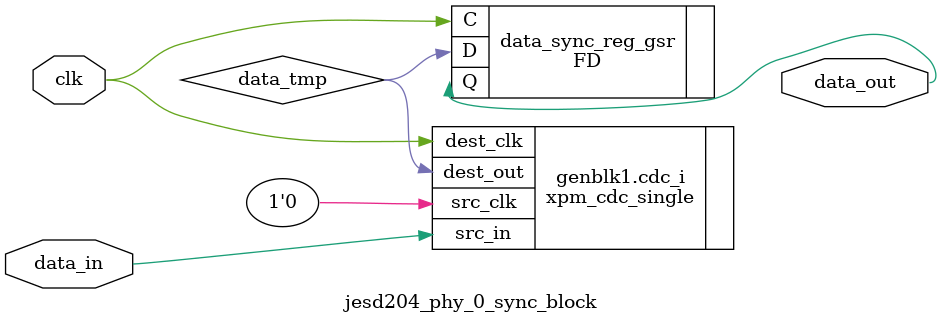
<source format=v>




`timescale 1ps / 1ps
`define USE_XPM_CDC

//(* dont_touch = "yes" *)
module jesd204_phy_0_sync_block #(
  parameter INITIALISE = 1'b0,
  parameter TYPE = 1'b0   //Set to 1 only for reset synchronizer 
)
(
  input        clk,              // clock to be sync'ed to
  input        data_in,          // Data to be 'synced'
  output       data_out          // synced data
);

`ifdef USE_XPM_CDC
  wire data_tmp;
  generate
  if (TYPE == 0)
  begin  
    // Use the new Xilinx CDC libraries. 
    xpm_cdc_single #(
      .DEST_SYNC_FF  (4), // Number of registers in the destination clock domain to account for MTBF
      .SRC_INPUT_REG (0)  // Determines whether there is an input register in src_clk domain.  
                        // SRC_INPUT_REG = 0, input register is not present
    ) cdc_i  (
      .src_clk  (1'd0     ),	
      .dest_clk (clk      ),	
      .src_in   (data_in  ),
      .dest_out (data_tmp )
    );

  end
  else begin
    xpm_cdc_async_rst #(
      //Common module parameters
      .DEST_SYNC_FF    (5), // integer; range: 2-10
      .RST_ACTIVE_HIGH (1)  // integer; 0=active low reset, 1=active high reset
    ) xpm_cdc_async_rst_inst (
      .src_arst  (data_in),
      .dest_clk  (clk),
      .dest_arst (data_tmp)
    );  
  end
  endgenerate
  
  (* ASYNC_REG = "TRUE", SHREG_EXTRACT = "NO" *)
  FD #(
    .INIT (INITIALISE[0])
  ) data_sync_reg_gsr (
    .C  (clk     ),
    .D  (data_tmp),
    .Q  (data_out)
  );

`else
  // Internal Signals
  wire   data_sync0;
  wire   data_sync1;
  wire   data_sync2;
  wire   data_sync3;
  wire   data_sync4;


  (* ASYNC_REG = "TRUE", SHREG_EXTRACT = "NO" *)
  FD #(
    .INIT (INITIALISE[0])
  ) data_sync_reg0 (
    .C  (clk),
    .D  (data_in),
    .Q  (data_sync0)
  );

  (* ASYNC_REG = "TRUE", SHREG_EXTRACT = "NO" *)
  FD #(
   .INIT (INITIALISE[0])
  ) data_sync_reg1 (
  .C  (clk),
  .D  (data_sync0),
  .Q  (data_sync1)
  );

  (* ASYNC_REG = "TRUE", SHREG_EXTRACT = "NO" *)
  FD #(
   .INIT (INITIALISE[0])
  ) data_sync_reg2 (
  .C  (clk),
  .D  (data_sync1),
  .Q  (data_sync2)
  );

  (* ASYNC_REG = "TRUE", SHREG_EXTRACT = "NO" *)
  FD #(
   .INIT (INITIALISE[0])
  ) data_sync_reg3 (
  .C  (clk),
  .D  (data_sync2),
  .Q  (data_sync3)
  );

  (* ASYNC_REG = "TRUE", SHREG_EXTRACT = "NO" *)
  FD #(
   .INIT (INITIALISE[0])
  ) data_sync_reg4 (
  .C  (clk),
  .D  (data_sync3),
  .Q  (data_sync4)
  );

  assign data_out = data_sync4;
`endif

endmodule

</source>
